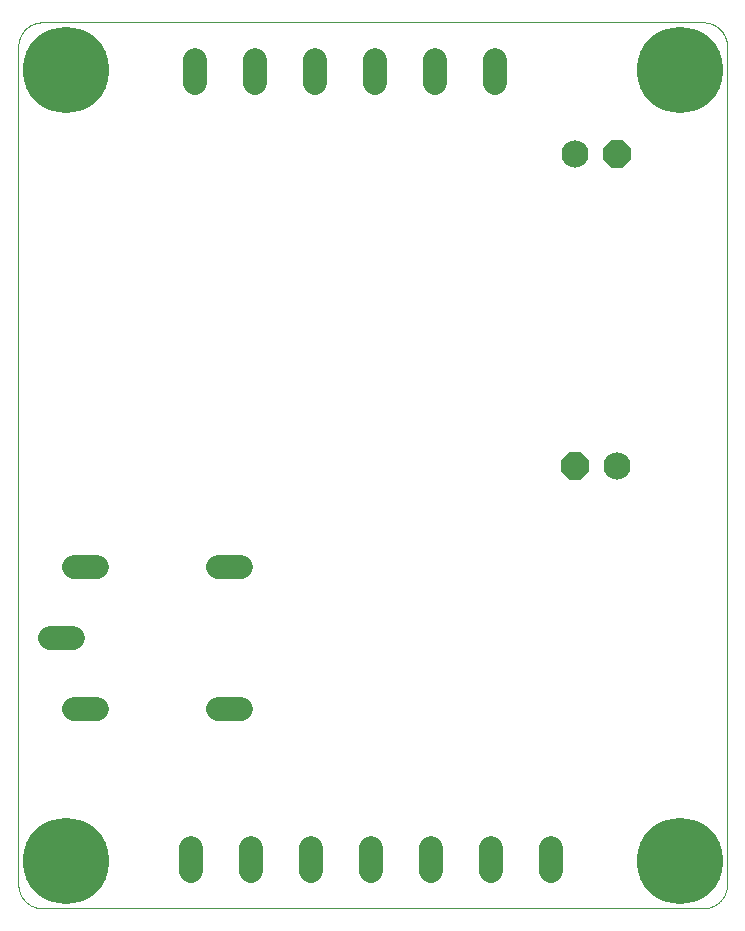
<source format=gbs>
G75*
%MOIN*%
%OFA0B0*%
%FSLAX25Y25*%
%IPPOS*%
%LPD*%
%AMOC8*
5,1,8,0,0,1.08239X$1,22.5*
%
%ADD10C,0.00400*%
%ADD11C,0.09061*%
%ADD12OC8,0.09061*%
%ADD13C,0.08077*%
%ADD14C,0.28746*%
D10*
X0001394Y0009268D02*
X0001394Y0288795D01*
X0001396Y0288985D01*
X0001403Y0289175D01*
X0001415Y0289365D01*
X0001431Y0289555D01*
X0001451Y0289744D01*
X0001477Y0289933D01*
X0001506Y0290121D01*
X0001541Y0290308D01*
X0001580Y0290494D01*
X0001623Y0290679D01*
X0001671Y0290864D01*
X0001723Y0291047D01*
X0001779Y0291228D01*
X0001840Y0291408D01*
X0001906Y0291587D01*
X0001975Y0291764D01*
X0002049Y0291940D01*
X0002127Y0292113D01*
X0002210Y0292285D01*
X0002296Y0292454D01*
X0002386Y0292622D01*
X0002481Y0292787D01*
X0002579Y0292950D01*
X0002682Y0293110D01*
X0002788Y0293268D01*
X0002898Y0293423D01*
X0003011Y0293576D01*
X0003129Y0293726D01*
X0003250Y0293872D01*
X0003374Y0294016D01*
X0003502Y0294157D01*
X0003633Y0294295D01*
X0003768Y0294430D01*
X0003906Y0294561D01*
X0004047Y0294689D01*
X0004191Y0294813D01*
X0004337Y0294934D01*
X0004487Y0295052D01*
X0004640Y0295165D01*
X0004795Y0295275D01*
X0004953Y0295381D01*
X0005113Y0295484D01*
X0005276Y0295582D01*
X0005441Y0295677D01*
X0005609Y0295767D01*
X0005778Y0295853D01*
X0005950Y0295936D01*
X0006123Y0296014D01*
X0006299Y0296088D01*
X0006476Y0296157D01*
X0006655Y0296223D01*
X0006835Y0296284D01*
X0007016Y0296340D01*
X0007199Y0296392D01*
X0007384Y0296440D01*
X0007569Y0296483D01*
X0007755Y0296522D01*
X0007942Y0296557D01*
X0008130Y0296586D01*
X0008319Y0296612D01*
X0008508Y0296632D01*
X0008698Y0296648D01*
X0008888Y0296660D01*
X0009078Y0296667D01*
X0009268Y0296669D01*
X0229740Y0296669D01*
X0229930Y0296667D01*
X0230120Y0296660D01*
X0230310Y0296648D01*
X0230500Y0296632D01*
X0230689Y0296612D01*
X0230878Y0296586D01*
X0231066Y0296557D01*
X0231253Y0296522D01*
X0231439Y0296483D01*
X0231624Y0296440D01*
X0231809Y0296392D01*
X0231992Y0296340D01*
X0232173Y0296284D01*
X0232353Y0296223D01*
X0232532Y0296157D01*
X0232709Y0296088D01*
X0232885Y0296014D01*
X0233058Y0295936D01*
X0233230Y0295853D01*
X0233399Y0295767D01*
X0233567Y0295677D01*
X0233732Y0295582D01*
X0233895Y0295484D01*
X0234055Y0295381D01*
X0234213Y0295275D01*
X0234368Y0295165D01*
X0234521Y0295052D01*
X0234671Y0294934D01*
X0234817Y0294813D01*
X0234961Y0294689D01*
X0235102Y0294561D01*
X0235240Y0294430D01*
X0235375Y0294295D01*
X0235506Y0294157D01*
X0235634Y0294016D01*
X0235758Y0293872D01*
X0235879Y0293726D01*
X0235997Y0293576D01*
X0236110Y0293423D01*
X0236220Y0293268D01*
X0236326Y0293110D01*
X0236429Y0292950D01*
X0236527Y0292787D01*
X0236622Y0292622D01*
X0236712Y0292454D01*
X0236798Y0292285D01*
X0236881Y0292113D01*
X0236959Y0291940D01*
X0237033Y0291764D01*
X0237102Y0291587D01*
X0237168Y0291408D01*
X0237229Y0291228D01*
X0237285Y0291047D01*
X0237337Y0290864D01*
X0237385Y0290679D01*
X0237428Y0290494D01*
X0237467Y0290308D01*
X0237502Y0290121D01*
X0237531Y0289933D01*
X0237557Y0289744D01*
X0237577Y0289555D01*
X0237593Y0289365D01*
X0237605Y0289175D01*
X0237612Y0288985D01*
X0237614Y0288795D01*
X0237614Y0009268D01*
X0237612Y0009078D01*
X0237605Y0008888D01*
X0237593Y0008698D01*
X0237577Y0008508D01*
X0237557Y0008319D01*
X0237531Y0008130D01*
X0237502Y0007942D01*
X0237467Y0007755D01*
X0237428Y0007569D01*
X0237385Y0007384D01*
X0237337Y0007199D01*
X0237285Y0007016D01*
X0237229Y0006835D01*
X0237168Y0006655D01*
X0237102Y0006476D01*
X0237033Y0006299D01*
X0236959Y0006123D01*
X0236881Y0005950D01*
X0236798Y0005778D01*
X0236712Y0005609D01*
X0236622Y0005441D01*
X0236527Y0005276D01*
X0236429Y0005113D01*
X0236326Y0004953D01*
X0236220Y0004795D01*
X0236110Y0004640D01*
X0235997Y0004487D01*
X0235879Y0004337D01*
X0235758Y0004191D01*
X0235634Y0004047D01*
X0235506Y0003906D01*
X0235375Y0003768D01*
X0235240Y0003633D01*
X0235102Y0003502D01*
X0234961Y0003374D01*
X0234817Y0003250D01*
X0234671Y0003129D01*
X0234521Y0003011D01*
X0234368Y0002898D01*
X0234213Y0002788D01*
X0234055Y0002682D01*
X0233895Y0002579D01*
X0233732Y0002481D01*
X0233567Y0002386D01*
X0233399Y0002296D01*
X0233230Y0002210D01*
X0233058Y0002127D01*
X0232885Y0002049D01*
X0232709Y0001975D01*
X0232532Y0001906D01*
X0232353Y0001840D01*
X0232173Y0001779D01*
X0231992Y0001723D01*
X0231809Y0001671D01*
X0231624Y0001623D01*
X0231439Y0001580D01*
X0231253Y0001541D01*
X0231066Y0001506D01*
X0230878Y0001477D01*
X0230689Y0001451D01*
X0230500Y0001431D01*
X0230310Y0001415D01*
X0230120Y0001403D01*
X0229930Y0001396D01*
X0229740Y0001394D01*
X0009268Y0001394D01*
X0009078Y0001396D01*
X0008888Y0001403D01*
X0008698Y0001415D01*
X0008508Y0001431D01*
X0008319Y0001451D01*
X0008130Y0001477D01*
X0007942Y0001506D01*
X0007755Y0001541D01*
X0007569Y0001580D01*
X0007384Y0001623D01*
X0007199Y0001671D01*
X0007016Y0001723D01*
X0006835Y0001779D01*
X0006655Y0001840D01*
X0006476Y0001906D01*
X0006299Y0001975D01*
X0006123Y0002049D01*
X0005950Y0002127D01*
X0005778Y0002210D01*
X0005609Y0002296D01*
X0005441Y0002386D01*
X0005276Y0002481D01*
X0005113Y0002579D01*
X0004953Y0002682D01*
X0004795Y0002788D01*
X0004640Y0002898D01*
X0004487Y0003011D01*
X0004337Y0003129D01*
X0004191Y0003250D01*
X0004047Y0003374D01*
X0003906Y0003502D01*
X0003768Y0003633D01*
X0003633Y0003768D01*
X0003502Y0003906D01*
X0003374Y0004047D01*
X0003250Y0004191D01*
X0003129Y0004337D01*
X0003011Y0004487D01*
X0002898Y0004640D01*
X0002788Y0004795D01*
X0002682Y0004953D01*
X0002579Y0005113D01*
X0002481Y0005276D01*
X0002386Y0005441D01*
X0002296Y0005609D01*
X0002210Y0005778D01*
X0002127Y0005950D01*
X0002049Y0006123D01*
X0001975Y0006299D01*
X0001906Y0006476D01*
X0001840Y0006655D01*
X0001779Y0006835D01*
X0001723Y0007016D01*
X0001671Y0007199D01*
X0001623Y0007384D01*
X0001580Y0007569D01*
X0001541Y0007755D01*
X0001506Y0007942D01*
X0001477Y0008130D01*
X0001451Y0008319D01*
X0001431Y0008508D01*
X0001415Y0008698D01*
X0001403Y0008888D01*
X0001396Y0009078D01*
X0001394Y0009268D01*
D11*
X0200783Y0148894D03*
X0187004Y0252644D03*
D12*
X0200783Y0252644D03*
X0187004Y0148894D03*
D13*
X0178894Y0021482D02*
X0178894Y0013805D01*
X0158894Y0013805D02*
X0158894Y0021482D01*
X0138894Y0021482D02*
X0138894Y0013805D01*
X0118894Y0013805D02*
X0118894Y0021482D01*
X0098894Y0021482D02*
X0098894Y0013805D01*
X0078894Y0013805D02*
X0078894Y0021482D01*
X0058894Y0021482D02*
X0058894Y0013805D01*
X0067821Y0067772D02*
X0075498Y0067772D01*
X0075498Y0115016D02*
X0067821Y0115016D01*
X0027467Y0115016D02*
X0019789Y0115016D01*
X0019593Y0091394D02*
X0011915Y0091394D01*
X0019789Y0067772D02*
X0027467Y0067772D01*
X0060144Y0276305D02*
X0060144Y0283982D01*
X0080144Y0283982D02*
X0080144Y0276305D01*
X0100144Y0276305D02*
X0100144Y0283982D01*
X0120144Y0283982D02*
X0120144Y0276305D01*
X0140144Y0276305D02*
X0140144Y0283982D01*
X0160144Y0283982D02*
X0160144Y0276305D01*
D14*
X0221866Y0280921D03*
X0017142Y0280921D03*
X0017142Y0017142D03*
X0221866Y0017142D03*
M02*

</source>
